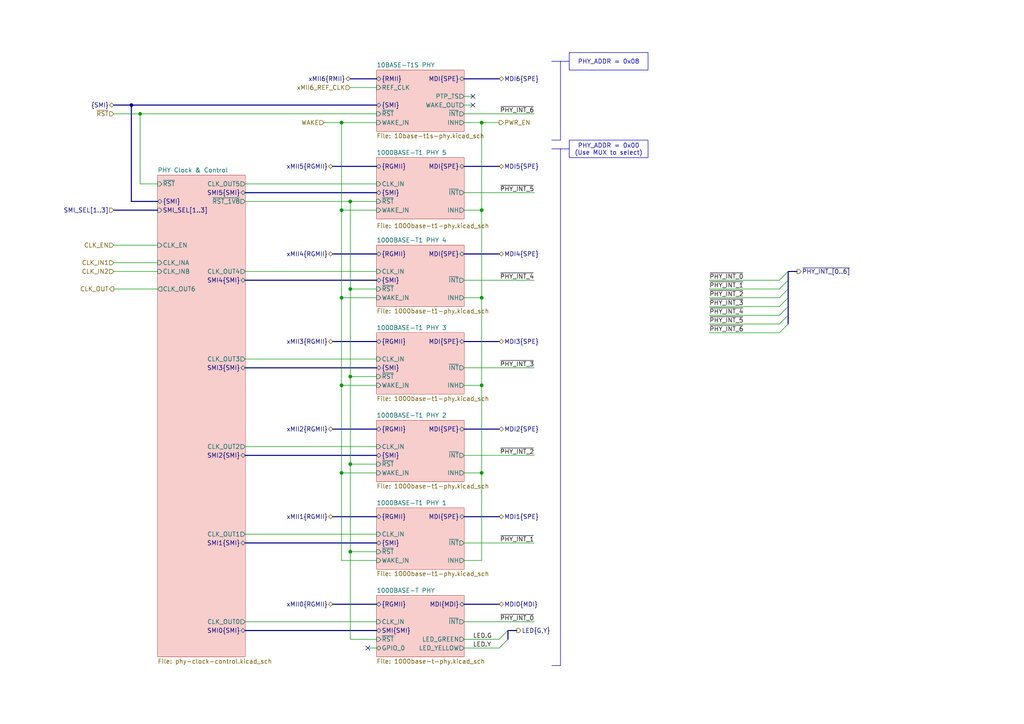
<source format=kicad_sch>
(kicad_sch
	(version 20250114)
	(generator "eeschema")
	(generator_version "9.0")
	(uuid "4dfaebb1-a058-4486-a7a1-3dab64099eaa")
	(paper "A4")
	(title_block
		(title "PHYs")
		(comment 4 "Ethernet PHYs and supporting circuitry.")
	)
	(lib_symbols)
	(text_box "PHY_ADDR = 0x00\n(Use MUX to select)"
		(exclude_from_sim no)
		(at 165.1 40.64 0)
		(size 22.86 5.08)
		(margins 0.9525 0.9525 0.9525 0.9525)
		(stroke
			(width 0)
			(type solid)
		)
		(fill
			(type none)
		)
		(effects
			(font
				(size 1.27 1.27)
			)
		)
		(uuid "5efc81e0-252c-48cb-a65e-2b085476ece1")
	)
	(text_box "PHY_ADDR = 0x08"
		(exclude_from_sim no)
		(at 165.1 15.24 0)
		(size 22.86 5.08)
		(margins 0.9525 0.9525 0.9525 0.9525)
		(stroke
			(width 0)
			(type solid)
		)
		(fill
			(type none)
		)
		(effects
			(font
				(size 1.27 1.27)
			)
		)
		(uuid "b7802f0d-30c6-4c6f-8499-fd0547c58ab5")
	)
	(junction
		(at 101.6 134.62)
		(diameter 0)
		(color 0 0 0 0)
		(uuid "1af732ca-95ca-46b0-bfac-8b1451f9b904")
	)
	(junction
		(at 99.06 86.36)
		(diameter 0)
		(color 0 0 0 0)
		(uuid "36a25857-4836-4fda-a5b9-e144c9f51cc4")
	)
	(junction
		(at 99.06 111.76)
		(diameter 0)
		(color 0 0 0 0)
		(uuid "5039919f-e81a-4aac-a8d6-6ca0ac3d7c74")
	)
	(junction
		(at 38.1 30.48)
		(diameter 0)
		(color 0 0 0 0)
		(uuid "555534d2-5d0c-4f2a-88d4-d953787dd69e")
	)
	(junction
		(at 139.7 35.56)
		(diameter 0)
		(color 0 0 0 0)
		(uuid "6ddd5d45-88e0-489e-8a95-90aa74785335")
	)
	(junction
		(at 40.64 33.02)
		(diameter 0)
		(color 0 0 0 0)
		(uuid "74619509-be7d-4b01-aab8-fec0fd103b0d")
	)
	(junction
		(at 139.7 137.16)
		(diameter 0)
		(color 0 0 0 0)
		(uuid "77710432-f53f-4bc4-affa-fdc2da77946e")
	)
	(junction
		(at 101.6 83.82)
		(diameter 0)
		(color 0 0 0 0)
		(uuid "7dd34e1f-33b8-4100-b163-8c469eb926d1")
	)
	(junction
		(at 101.6 58.42)
		(diameter 0)
		(color 0 0 0 0)
		(uuid "8378d159-281b-4fc1-9ec5-09daa8406139")
	)
	(junction
		(at 139.7 86.36)
		(diameter 0)
		(color 0 0 0 0)
		(uuid "9cd340ab-707d-4ae8-8071-e088aa042c96")
	)
	(junction
		(at 139.7 111.76)
		(diameter 0)
		(color 0 0 0 0)
		(uuid "afe830b0-eeb5-4b33-abb8-5a500693a0ad")
	)
	(junction
		(at 99.06 137.16)
		(diameter 0)
		(color 0 0 0 0)
		(uuid "bf0aaf58-5aaf-4fc8-bd8c-56760a16c766")
	)
	(junction
		(at 139.7 60.96)
		(diameter 0)
		(color 0 0 0 0)
		(uuid "c163e3b9-a0b8-4a03-b817-6bfe76ac59d8")
	)
	(junction
		(at 99.06 35.56)
		(diameter 0)
		(color 0 0 0 0)
		(uuid "c3dba346-946a-457c-8d16-54e1e6f9e349")
	)
	(junction
		(at 101.6 109.22)
		(diameter 0)
		(color 0 0 0 0)
		(uuid "caa3cd28-74b0-4ea7-9e44-96bde863568b")
	)
	(junction
		(at 101.6 160.02)
		(diameter 0)
		(color 0 0 0 0)
		(uuid "d2ab8d43-679c-4bbb-a978-26049cf583b9")
	)
	(junction
		(at 99.06 60.96)
		(diameter 0)
		(color 0 0 0 0)
		(uuid "eaeb23c5-493b-4079-8518-8375763f4135")
	)
	(no_connect
		(at 137.16 27.94)
		(uuid "229437ec-5dfe-4808-a38b-1c2eb192327f")
	)
	(no_connect
		(at 137.16 30.48)
		(uuid "98b01984-8051-4ac3-86f0-7b2e211baf61")
	)
	(no_connect
		(at 106.68 187.96)
		(uuid "f365b339-3116-4916-8302-faee6ef884e4")
	)
	(bus_entry
		(at 147.32 185.42)
		(size -2.54 2.54)
		(stroke
			(width 0)
			(type default)
		)
		(uuid "2ebfb47c-ed3a-4810-b03d-1bc797894438")
	)
	(bus_entry
		(at 228.6 93.98)
		(size -2.54 2.54)
		(stroke
			(width 0)
			(type default)
		)
		(uuid "359b1718-bad7-492b-98b6-f197c5e6905d")
	)
	(bus_entry
		(at 228.6 78.74)
		(size -2.54 2.54)
		(stroke
			(width 0)
			(type default)
		)
		(uuid "582c32a8-f0eb-4edb-a302-80c355c45498")
	)
	(bus_entry
		(at 228.6 88.9)
		(size -2.54 2.54)
		(stroke
			(width 0)
			(type default)
		)
		(uuid "63071307-4ca1-496a-9f20-42ceb870ca7d")
	)
	(bus_entry
		(at 147.32 182.88)
		(size -2.54 2.54)
		(stroke
			(width 0)
			(type default)
		)
		(uuid "8192bac5-4c59-47ec-9fa2-bbeae09b9325")
	)
	(bus_entry
		(at 228.6 81.28)
		(size -2.54 2.54)
		(stroke
			(width 0)
			(type default)
		)
		(uuid "82d798d3-f50a-4d86-b8e3-40667c31c03a")
	)
	(bus_entry
		(at 228.6 83.82)
		(size -2.54 2.54)
		(stroke
			(width 0)
			(type default)
		)
		(uuid "9e2f8639-30c4-4519-8c15-119a53b4a9df")
	)
	(bus_entry
		(at 228.6 91.44)
		(size -2.54 2.54)
		(stroke
			(width 0)
			(type default)
		)
		(uuid "cbd333a1-187c-4042-9f47-a139415550ef")
	)
	(bus_entry
		(at 228.6 86.36)
		(size -2.54 2.54)
		(stroke
			(width 0)
			(type default)
		)
		(uuid "f4e86b5c-3e26-4dfd-b4c7-0508142d6eae")
	)
	(wire
		(pts
			(xy 99.06 86.36) (xy 99.06 111.76)
		)
		(stroke
			(width 0)
			(type default)
		)
		(uuid "0189540b-eb21-48f7-9480-bba0714e622c")
	)
	(wire
		(pts
			(xy 134.62 86.36) (xy 139.7 86.36)
		)
		(stroke
			(width 0)
			(type default)
		)
		(uuid "045c8eef-3d35-4c26-82c2-88510e9de022")
	)
	(bus
		(pts
			(xy 71.12 132.08) (xy 109.22 132.08)
		)
		(stroke
			(width 0)
			(type default)
		)
		(uuid "047f1c13-f979-450f-a3b2-7dac23563053")
	)
	(wire
		(pts
			(xy 226.06 86.36) (xy 205.74 86.36)
		)
		(stroke
			(width 0)
			(type default)
		)
		(uuid "0560269d-0120-4c3b-9477-770fffe40f71")
	)
	(wire
		(pts
			(xy 101.6 83.82) (xy 109.22 83.82)
		)
		(stroke
			(width 0)
			(type default)
		)
		(uuid "062c1fec-8263-462d-9236-52004255c3d1")
	)
	(wire
		(pts
			(xy 226.06 83.82) (xy 205.74 83.82)
		)
		(stroke
			(width 0)
			(type default)
		)
		(uuid "08fbeabc-e0f2-47d6-a8a8-1eed52a68036")
	)
	(wire
		(pts
			(xy 33.02 83.82) (xy 45.72 83.82)
		)
		(stroke
			(width 0)
			(type default)
		)
		(uuid "0a205759-a91e-42eb-b901-901e1393f4e8")
	)
	(bus
		(pts
			(xy 134.62 22.86) (xy 144.78 22.86)
		)
		(stroke
			(width 0)
			(type default)
		)
		(uuid "0a844719-a488-4270-9e13-23d0fe41db13")
	)
	(bus
		(pts
			(xy 228.6 81.28) (xy 228.6 83.82)
		)
		(stroke
			(width 0)
			(type default)
		)
		(uuid "0ae609e7-0c12-43b2-8dc6-282b317a7396")
	)
	(wire
		(pts
			(xy 109.22 185.42) (xy 101.6 185.42)
		)
		(stroke
			(width 0)
			(type default)
		)
		(uuid "0b0a53b5-b371-4c24-b4c0-db3520aa0cb4")
	)
	(wire
		(pts
			(xy 106.68 187.96) (xy 109.22 187.96)
		)
		(stroke
			(width 0)
			(type default)
		)
		(uuid "0fdca6db-67a7-4238-9d37-7b092380afd6")
	)
	(wire
		(pts
			(xy 40.64 33.02) (xy 40.64 53.34)
		)
		(stroke
			(width 0)
			(type default)
		)
		(uuid "10b13ce1-1268-4aed-b5ac-f187695328f5")
	)
	(wire
		(pts
			(xy 99.06 86.36) (xy 109.22 86.36)
		)
		(stroke
			(width 0)
			(type default)
		)
		(uuid "10cff36a-aafc-4234-bc56-1dc2362963f7")
	)
	(bus
		(pts
			(xy 134.62 124.46) (xy 144.78 124.46)
		)
		(stroke
			(width 0)
			(type default)
		)
		(uuid "1201b44a-9b1f-4a4a-b6e5-8160001f0366")
	)
	(wire
		(pts
			(xy 134.62 132.08) (xy 154.94 132.08)
		)
		(stroke
			(width 0)
			(type default)
		)
		(uuid "1309a551-512c-4951-8907-d9c1e74b2d4d")
	)
	(bus
		(pts
			(xy 228.6 86.36) (xy 228.6 88.9)
		)
		(stroke
			(width 0)
			(type default)
		)
		(uuid "1a9490c9-674b-4871-8970-a626a88e8a59")
	)
	(wire
		(pts
			(xy 134.62 157.48) (xy 154.94 157.48)
		)
		(stroke
			(width 0)
			(type default)
		)
		(uuid "1ea6e2b8-417e-4ef0-bd23-fd41639c99ff")
	)
	(wire
		(pts
			(xy 99.06 137.16) (xy 99.06 162.56)
		)
		(stroke
			(width 0)
			(type default)
		)
		(uuid "23a89b00-bb41-48e9-b784-c53171c4edce")
	)
	(wire
		(pts
			(xy 134.62 185.42) (xy 144.78 185.42)
		)
		(stroke
			(width 0)
			(type default)
		)
		(uuid "2861661e-989c-4c61-acf0-720508c017fd")
	)
	(wire
		(pts
			(xy 33.02 33.02) (xy 40.64 33.02)
		)
		(stroke
			(width 0)
			(type default)
		)
		(uuid "323abd2c-7c0e-41b5-a9db-1f136ae98ac1")
	)
	(wire
		(pts
			(xy 33.02 76.2) (xy 45.72 76.2)
		)
		(stroke
			(width 0)
			(type default)
		)
		(uuid "33b1c8f0-9f36-464d-9fee-7bead9221f12")
	)
	(wire
		(pts
			(xy 139.7 137.16) (xy 139.7 162.56)
		)
		(stroke
			(width 0)
			(type default)
		)
		(uuid "3701c66b-a63e-4545-884f-a9dcea1e79ca")
	)
	(wire
		(pts
			(xy 226.06 96.52) (xy 205.74 96.52)
		)
		(stroke
			(width 0)
			(type default)
		)
		(uuid "374db39b-acde-4b6b-a19b-d17e80f6b35b")
	)
	(wire
		(pts
			(xy 226.06 93.98) (xy 205.74 93.98)
		)
		(stroke
			(width 0)
			(type default)
		)
		(uuid "39ab5641-a49c-496c-9403-6a6430a8e734")
	)
	(wire
		(pts
			(xy 109.22 162.56) (xy 99.06 162.56)
		)
		(stroke
			(width 0)
			(type default)
		)
		(uuid "3a0ff2dd-38a5-4cce-83ab-a8d64600b41e")
	)
	(bus
		(pts
			(xy 228.6 88.9) (xy 228.6 91.44)
		)
		(stroke
			(width 0)
			(type default)
		)
		(uuid "3a23d0f5-d406-466b-8417-362d8701205e")
	)
	(wire
		(pts
			(xy 134.62 137.16) (xy 139.7 137.16)
		)
		(stroke
			(width 0)
			(type default)
		)
		(uuid "3d7ec2ac-ed1e-4d5c-9db2-77e130bfceb6")
	)
	(wire
		(pts
			(xy 101.6 58.42) (xy 101.6 83.82)
		)
		(stroke
			(width 0)
			(type default)
		)
		(uuid "3faef24c-264d-46a7-8183-1eb7eae143fa")
	)
	(bus
		(pts
			(xy 96.52 149.86) (xy 109.22 149.86)
		)
		(stroke
			(width 0)
			(type default)
		)
		(uuid "3fdb7334-2672-48b2-ad2e-29a081e6ce1e")
	)
	(polyline
		(pts
			(xy 160.02 40.64) (xy 162.56 40.64)
		)
		(stroke
			(width 0)
			(type default)
		)
		(uuid "413483d4-b74a-402e-a200-c96ff3bdab6a")
	)
	(wire
		(pts
			(xy 71.12 154.94) (xy 109.22 154.94)
		)
		(stroke
			(width 0)
			(type default)
		)
		(uuid "428ced46-8087-449f-b5bc-ff39eadc40d2")
	)
	(wire
		(pts
			(xy 226.06 88.9) (xy 205.74 88.9)
		)
		(stroke
			(width 0)
			(type default)
		)
		(uuid "42d3c273-1ba3-4a7a-ae81-cbd85d6a16f5")
	)
	(wire
		(pts
			(xy 99.06 111.76) (xy 109.22 111.76)
		)
		(stroke
			(width 0)
			(type default)
		)
		(uuid "435d5e8b-b9fc-423a-ab6f-0a67aca6e13b")
	)
	(wire
		(pts
			(xy 101.6 25.4) (xy 109.22 25.4)
		)
		(stroke
			(width 0)
			(type default)
		)
		(uuid "438300b4-ec1a-4d1e-9dd7-2694f646c108")
	)
	(wire
		(pts
			(xy 40.64 53.34) (xy 45.72 53.34)
		)
		(stroke
			(width 0)
			(type default)
		)
		(uuid "448a3130-db06-49f8-b716-535adfebd64d")
	)
	(wire
		(pts
			(xy 226.06 81.28) (xy 205.74 81.28)
		)
		(stroke
			(width 0)
			(type default)
		)
		(uuid "448d0193-4459-4aa0-b88d-e9e0afa22e29")
	)
	(wire
		(pts
			(xy 139.7 111.76) (xy 139.7 137.16)
		)
		(stroke
			(width 0)
			(type default)
		)
		(uuid "47994bb0-4354-4df2-9a21-3790b9ac6bc7")
	)
	(wire
		(pts
			(xy 134.62 30.48) (xy 137.16 30.48)
		)
		(stroke
			(width 0)
			(type default)
		)
		(uuid "4c320070-4f6e-465d-92e7-933954af4f23")
	)
	(wire
		(pts
			(xy 99.06 60.96) (xy 109.22 60.96)
		)
		(stroke
			(width 0)
			(type default)
		)
		(uuid "4ffb833b-867a-425d-a287-6f43f13c1387")
	)
	(bus
		(pts
			(xy 228.6 78.74) (xy 228.6 81.28)
		)
		(stroke
			(width 0)
			(type default)
		)
		(uuid "5040f31e-119f-44c8-ad4d-adf82ad4808e")
	)
	(wire
		(pts
			(xy 99.06 60.96) (xy 99.06 86.36)
		)
		(stroke
			(width 0)
			(type default)
		)
		(uuid "568a3489-f4af-4341-9804-7bdf0f4ca37e")
	)
	(bus
		(pts
			(xy 96.52 48.26) (xy 109.22 48.26)
		)
		(stroke
			(width 0)
			(type default)
		)
		(uuid "56fe7843-e861-43f3-bfbc-46afe2f781af")
	)
	(wire
		(pts
			(xy 71.12 180.34) (xy 109.22 180.34)
		)
		(stroke
			(width 0)
			(type default)
		)
		(uuid "5f38e4d5-3d40-4645-bc90-573726598449")
	)
	(bus
		(pts
			(xy 71.12 182.88) (xy 109.22 182.88)
		)
		(stroke
			(width 0)
			(type default)
		)
		(uuid "6292011e-d368-42df-a044-8c7b62472f71")
	)
	(wire
		(pts
			(xy 134.62 106.68) (xy 154.94 106.68)
		)
		(stroke
			(width 0)
			(type default)
		)
		(uuid "63e9dc54-be8d-4bbc-88b1-6116a378c965")
	)
	(bus
		(pts
			(xy 45.72 58.42) (xy 38.1 58.42)
		)
		(stroke
			(width 0)
			(type default)
		)
		(uuid "694e3dfa-2a13-48e9-a977-064d4ceda82e")
	)
	(wire
		(pts
			(xy 71.12 58.42) (xy 101.6 58.42)
		)
		(stroke
			(width 0)
			(type default)
		)
		(uuid "69b72e69-9fcf-4737-a4f9-18bf8b3bbaa3")
	)
	(bus
		(pts
			(xy 71.12 81.28) (xy 109.22 81.28)
		)
		(stroke
			(width 0)
			(type default)
		)
		(uuid "6b77d050-9021-4a50-915f-8ba18175ad96")
	)
	(bus
		(pts
			(xy 134.62 73.66) (xy 144.78 73.66)
		)
		(stroke
			(width 0)
			(type default)
		)
		(uuid "6d36cf56-1b2f-43bb-8e2f-04e5e48986f2")
	)
	(bus
		(pts
			(xy 228.6 83.82) (xy 228.6 86.36)
		)
		(stroke
			(width 0)
			(type default)
		)
		(uuid "702fc871-3d10-404f-9216-7664b535c9f6")
	)
	(polyline
		(pts
			(xy 160.02 193.04) (xy 162.56 193.04)
		)
		(stroke
			(width 0)
			(type default)
		)
		(uuid "7780972e-9c04-4481-a566-27a6ccc327f3")
	)
	(wire
		(pts
			(xy 101.6 109.22) (xy 101.6 134.62)
		)
		(stroke
			(width 0)
			(type default)
		)
		(uuid "77cfb597-b626-4dc9-9e61-51f74af97b1d")
	)
	(wire
		(pts
			(xy 101.6 185.42) (xy 101.6 160.02)
		)
		(stroke
			(width 0)
			(type default)
		)
		(uuid "7d00042c-8d68-4152-9086-b4ff24c78745")
	)
	(bus
		(pts
			(xy 38.1 30.48) (xy 38.1 58.42)
		)
		(stroke
			(width 0)
			(type default)
		)
		(uuid "7e7e878d-b69e-4f27-a320-005559e462ef")
	)
	(polyline
		(pts
			(xy 162.56 43.18) (xy 162.56 193.04)
		)
		(stroke
			(width 0)
			(type default)
		)
		(uuid "7f3c9398-8014-460b-a37c-f50c4cbc5d31")
	)
	(bus
		(pts
			(xy 147.32 182.88) (xy 147.32 185.42)
		)
		(stroke
			(width 0)
			(type default)
		)
		(uuid "834a39d2-46de-4b79-a3ec-02c44a73a20e")
	)
	(wire
		(pts
			(xy 134.62 27.94) (xy 137.16 27.94)
		)
		(stroke
			(width 0)
			(type default)
		)
		(uuid "83c00159-44f6-4cf7-8e94-fee4cdb7f6d3")
	)
	(bus
		(pts
			(xy 71.12 106.68) (xy 109.22 106.68)
		)
		(stroke
			(width 0)
			(type default)
		)
		(uuid "8b05e431-f17f-4fd8-ade7-d45d68046176")
	)
	(wire
		(pts
			(xy 139.7 35.56) (xy 139.7 60.96)
		)
		(stroke
			(width 0)
			(type default)
		)
		(uuid "8b0956d6-c136-4b49-9283-0936367626cf")
	)
	(wire
		(pts
			(xy 33.02 78.74) (xy 45.72 78.74)
		)
		(stroke
			(width 0)
			(type default)
		)
		(uuid "92e244e5-89d4-41b3-bc16-d2cc826e350a")
	)
	(bus
		(pts
			(xy 96.52 73.66) (xy 109.22 73.66)
		)
		(stroke
			(width 0)
			(type default)
		)
		(uuid "96c53eac-bef3-4919-a31f-0d3031a72379")
	)
	(wire
		(pts
			(xy 101.6 134.62) (xy 101.6 160.02)
		)
		(stroke
			(width 0)
			(type default)
		)
		(uuid "976e8c3d-7787-4f7a-82fc-36e78d001081")
	)
	(wire
		(pts
			(xy 134.62 81.28) (xy 154.94 81.28)
		)
		(stroke
			(width 0)
			(type default)
		)
		(uuid "997a37e6-0258-40bd-9a49-84ee4bcc29ac")
	)
	(wire
		(pts
			(xy 134.62 55.88) (xy 154.94 55.88)
		)
		(stroke
			(width 0)
			(type default)
		)
		(uuid "9b23e3e0-9645-4f98-869c-9d56f2b4dc51")
	)
	(polyline
		(pts
			(xy 162.56 40.64) (xy 162.56 17.78)
		)
		(stroke
			(width 0)
			(type default)
		)
		(uuid "9bbe58ec-837c-417c-a992-5d0316e76918")
	)
	(wire
		(pts
			(xy 139.7 60.96) (xy 139.7 86.36)
		)
		(stroke
			(width 0)
			(type default)
		)
		(uuid "9bfcec46-7ca9-4396-a277-32837e1791b7")
	)
	(bus
		(pts
			(xy 96.52 124.46) (xy 109.22 124.46)
		)
		(stroke
			(width 0)
			(type default)
		)
		(uuid "9c76d7bf-3467-4d48-bdc0-af95795d2d7e")
	)
	(bus
		(pts
			(xy 101.6 22.86) (xy 109.22 22.86)
		)
		(stroke
			(width 0)
			(type default)
		)
		(uuid "9d8cf443-8acf-463d-98c1-a4d2c6fee422")
	)
	(wire
		(pts
			(xy 99.06 35.56) (xy 99.06 60.96)
		)
		(stroke
			(width 0)
			(type default)
		)
		(uuid "a3448495-d2ea-46a9-a93a-ea38a5da86d0")
	)
	(wire
		(pts
			(xy 71.12 78.74) (xy 109.22 78.74)
		)
		(stroke
			(width 0)
			(type default)
		)
		(uuid "a5504476-2b92-4228-878c-37165a98c97a")
	)
	(bus
		(pts
			(xy 231.14 78.74) (xy 228.6 78.74)
		)
		(stroke
			(width 0)
			(type default)
		)
		(uuid "a8d24a27-c2d7-4207-9a3c-6760d7f8de08")
	)
	(bus
		(pts
			(xy 134.62 149.86) (xy 144.78 149.86)
		)
		(stroke
			(width 0)
			(type default)
		)
		(uuid "ac4362ab-bfb5-466d-b751-80c195626146")
	)
	(polyline
		(pts
			(xy 162.56 43.18) (xy 165.1 43.18)
		)
		(stroke
			(width 0)
			(type default)
		)
		(uuid "ae21a7cc-8336-43c6-9651-e37c865e9a25")
	)
	(bus
		(pts
			(xy 149.86 182.88) (xy 147.32 182.88)
		)
		(stroke
			(width 0)
			(type default)
		)
		(uuid "b00500b5-af8a-4095-912a-4db9a40e0913")
	)
	(wire
		(pts
			(xy 109.22 35.56) (xy 99.06 35.56)
		)
		(stroke
			(width 0)
			(type default)
		)
		(uuid "b24d9769-9eef-4be3-9c93-c140d80907c6")
	)
	(wire
		(pts
			(xy 139.7 35.56) (xy 144.78 35.56)
		)
		(stroke
			(width 0)
			(type default)
		)
		(uuid "b38ed4f5-2677-475f-a84d-aff653c58821")
	)
	(bus
		(pts
			(xy 33.02 60.96) (xy 45.72 60.96)
		)
		(stroke
			(width 0)
			(type default)
		)
		(uuid "b3d65d89-4d97-473f-a959-f2fe0715fee7")
	)
	(wire
		(pts
			(xy 134.62 180.34) (xy 154.94 180.34)
		)
		(stroke
			(width 0)
			(type default)
		)
		(uuid "b466e312-d97e-4cf7-bb71-716f3308bf89")
	)
	(wire
		(pts
			(xy 109.22 58.42) (xy 101.6 58.42)
		)
		(stroke
			(width 0)
			(type default)
		)
		(uuid "b5602a77-ce97-4ae5-b525-4847a9bb7feb")
	)
	(bus
		(pts
			(xy 71.12 55.88) (xy 109.22 55.88)
		)
		(stroke
			(width 0)
			(type default)
		)
		(uuid "b671d2b8-8306-4644-8d4b-434ce45b6f60")
	)
	(wire
		(pts
			(xy 71.12 129.54) (xy 109.22 129.54)
		)
		(stroke
			(width 0)
			(type default)
		)
		(uuid "b6c4cbc0-7848-400c-b67a-a24b2c47f135")
	)
	(bus
		(pts
			(xy 96.52 175.26) (xy 109.22 175.26)
		)
		(stroke
			(width 0)
			(type default)
		)
		(uuid "b93a2946-2c8b-4342-8e15-515eaaa93e48")
	)
	(wire
		(pts
			(xy 93.98 35.56) (xy 99.06 35.56)
		)
		(stroke
			(width 0)
			(type default)
		)
		(uuid "b9818709-25ed-4dcd-ba0c-35bdc8952262")
	)
	(bus
		(pts
			(xy 134.62 175.26) (xy 144.78 175.26)
		)
		(stroke
			(width 0)
			(type default)
		)
		(uuid "c08d9392-569b-466c-8122-c1517887d5ef")
	)
	(wire
		(pts
			(xy 101.6 134.62) (xy 109.22 134.62)
		)
		(stroke
			(width 0)
			(type default)
		)
		(uuid "c0f5d593-2506-46a6-b60a-2dd5ed4d3169")
	)
	(wire
		(pts
			(xy 226.06 91.44) (xy 205.74 91.44)
		)
		(stroke
			(width 0)
			(type default)
		)
		(uuid "c3ddf864-02ca-49fb-936c-fd07c475a28f")
	)
	(polyline
		(pts
			(xy 160.02 17.78) (xy 162.56 17.78)
		)
		(stroke
			(width 0)
			(type default)
		)
		(uuid "c42d3a1f-ac0c-48aa-8c22-bb0083608dbb")
	)
	(wire
		(pts
			(xy 134.62 162.56) (xy 139.7 162.56)
		)
		(stroke
			(width 0)
			(type default)
		)
		(uuid "c5c67ae9-fede-4462-aa3e-3de91d85dd52")
	)
	(wire
		(pts
			(xy 99.06 137.16) (xy 109.22 137.16)
		)
		(stroke
			(width 0)
			(type default)
		)
		(uuid "ca988ecf-27dc-4a5a-9a5c-dfe4a7096f5a")
	)
	(wire
		(pts
			(xy 139.7 86.36) (xy 139.7 111.76)
		)
		(stroke
			(width 0)
			(type default)
		)
		(uuid "cc5d3bb4-a73c-4417-9a12-9ad80fa89778")
	)
	(wire
		(pts
			(xy 101.6 109.22) (xy 109.22 109.22)
		)
		(stroke
			(width 0)
			(type default)
		)
		(uuid "ce633b4e-240e-49bf-a01a-247cc4b25cad")
	)
	(bus
		(pts
			(xy 228.6 91.44) (xy 228.6 93.98)
		)
		(stroke
			(width 0)
			(type default)
		)
		(uuid "cfc9e57f-cd2d-404e-85ad-27d43300258d")
	)
	(bus
		(pts
			(xy 134.62 48.26) (xy 144.78 48.26)
		)
		(stroke
			(width 0)
			(type default)
		)
		(uuid "d04426f9-fb92-446b-8457-98d3cc3a2513")
	)
	(wire
		(pts
			(xy 40.64 33.02) (xy 109.22 33.02)
		)
		(stroke
			(width 0)
			(type default)
		)
		(uuid "d78f1876-067c-4e04-86e7-8927d27085fe")
	)
	(wire
		(pts
			(xy 134.62 60.96) (xy 139.7 60.96)
		)
		(stroke
			(width 0)
			(type default)
		)
		(uuid "d991b095-6dc1-4df0-ba66-da12b3c54685")
	)
	(wire
		(pts
			(xy 134.62 33.02) (xy 154.94 33.02)
		)
		(stroke
			(width 0)
			(type default)
		)
		(uuid "db61cfd2-7407-4d2d-bb54-09d9f641a352")
	)
	(bus
		(pts
			(xy 71.12 157.48) (xy 109.22 157.48)
		)
		(stroke
			(width 0)
			(type default)
		)
		(uuid "dce67c12-f670-443c-87c2-537c8279f4c9")
	)
	(wire
		(pts
			(xy 71.12 104.14) (xy 109.22 104.14)
		)
		(stroke
			(width 0)
			(type default)
		)
		(uuid "dd64b857-539d-4dc9-8adb-003e4fa58485")
	)
	(wire
		(pts
			(xy 134.62 187.96) (xy 144.78 187.96)
		)
		(stroke
			(width 0)
			(type default)
		)
		(uuid "e0559ebe-88fa-403b-ad07-1ec8f5897af0")
	)
	(wire
		(pts
			(xy 33.02 71.12) (xy 45.72 71.12)
		)
		(stroke
			(width 0)
			(type default)
		)
		(uuid "e5ef07bc-282c-47cb-8562-ae94df63b870")
	)
	(polyline
		(pts
			(xy 162.56 17.78) (xy 165.1 17.78)
		)
		(stroke
			(width 0)
			(type default)
		)
		(uuid "e6b562be-a02a-44d8-9171-acd7badad3ab")
	)
	(wire
		(pts
			(xy 109.22 160.02) (xy 101.6 160.02)
		)
		(stroke
			(width 0)
			(type default)
		)
		(uuid "ea783aa2-fc3b-4ed6-865e-388a0052e89d")
	)
	(bus
		(pts
			(xy 134.62 99.06) (xy 144.78 99.06)
		)
		(stroke
			(width 0)
			(type default)
		)
		(uuid "ea939c60-6beb-4df4-9a49-71e68c79c9ca")
	)
	(wire
		(pts
			(xy 99.06 111.76) (xy 99.06 137.16)
		)
		(stroke
			(width 0)
			(type default)
		)
		(uuid "eb2aa953-465f-487e-a4a5-6d6ff8b9152f")
	)
	(wire
		(pts
			(xy 134.62 35.56) (xy 139.7 35.56)
		)
		(stroke
			(width 0)
			(type default)
		)
		(uuid "ecbc0127-7212-4c74-ae48-ed3befbbae5a")
	)
	(wire
		(pts
			(xy 134.62 111.76) (xy 139.7 111.76)
		)
		(stroke
			(width 0)
			(type default)
		)
		(uuid "f34a307c-ae18-4396-b46a-1731c9999799")
	)
	(polyline
		(pts
			(xy 160.02 43.18) (xy 162.56 43.18)
		)
		(stroke
			(width 0)
			(type default)
		)
		(uuid "f79ad9b6-abf6-49e6-bef1-9c6cbc7979a1")
	)
	(bus
		(pts
			(xy 96.52 99.06) (xy 109.22 99.06)
		)
		(stroke
			(width 0)
			(type default)
		)
		(uuid "f82361d0-35ca-4c39-92d0-b312d9c697ce")
	)
	(wire
		(pts
			(xy 71.12 53.34) (xy 109.22 53.34)
		)
		(stroke
			(width 0)
			(type default)
		)
		(uuid "f8b236d8-130c-4a2a-b538-22c681c78fb9")
	)
	(bus
		(pts
			(xy 38.1 30.48) (xy 109.22 30.48)
		)
		(stroke
			(width 0)
			(type default)
		)
		(uuid "f99e89c7-78a8-422c-9930-a868cd5c1cdf")
	)
	(wire
		(pts
			(xy 101.6 83.82) (xy 101.6 109.22)
		)
		(stroke
			(width 0)
			(type default)
		)
		(uuid "fd0942d8-8b4f-4205-bdc7-d2a7ce6002a2")
	)
	(bus
		(pts
			(xy 33.02 30.48) (xy 38.1 30.48)
		)
		(stroke
			(width 0)
			(type default)
		)
		(uuid "fdd0acad-84f7-46bb-8c53-91482e7078b5")
	)
	(label "~{PHY_INT_4}"
		(at 154.94 81.28 180)
		(effects
			(font
				(size 1.27 1.27)
			)
			(justify right bottom)
		)
		(uuid "28edc8dd-0872-4c16-9d35-d19c2fb288f6")
	)
	(label "~{PHY_INT_6}"
		(at 205.74 96.52 0)
		(effects
			(font
				(size 1.27 1.27)
			)
			(justify left bottom)
		)
		(uuid "2d185945-d891-48de-bedc-65558c70e037")
	)
	(label "~{PHY_INT_2}"
		(at 205.74 86.36 0)
		(effects
			(font
				(size 1.27 1.27)
			)
			(justify left bottom)
		)
		(uuid "321fabab-1c20-4df4-b9c4-def921ad0752")
	)
	(label "~{PHY_INT_6}"
		(at 154.94 33.02 180)
		(effects
			(font
				(size 1.27 1.27)
			)
			(justify right bottom)
		)
		(uuid "329c0e3c-95d3-4b1c-8b5f-63f924d11554")
	)
	(label "~{PHY_INT_1}"
		(at 154.94 157.48 180)
		(effects
			(font
				(size 1.27 1.27)
			)
			(justify right bottom)
		)
		(uuid "4b4fd8ec-895a-4aa9-8a1d-c47fd96a72c3")
	)
	(label "~{PHY_INT_0}"
		(at 205.74 81.28 0)
		(effects
			(font
				(size 1.27 1.27)
			)
			(justify left bottom)
		)
		(uuid "4d6fc008-e1de-4905-a772-ff1f2ffbcfa7")
	)
	(label "~{PHY_INT_3}"
		(at 154.94 106.68 180)
		(effects
			(font
				(size 1.27 1.27)
			)
			(justify right bottom)
		)
		(uuid "551c7a1b-8814-4f79-9c34-9706e530f025")
	)
	(label "LED.Y"
		(at 137.16 187.96 0)
		(effects
			(font
				(size 1.27 1.27)
			)
			(justify left bottom)
		)
		(uuid "7d240be3-6945-4120-be1f-c69a170ac7ad")
	)
	(label "LED.G"
		(at 137.16 185.42 0)
		(effects
			(font
				(size 1.27 1.27)
			)
			(justify left bottom)
		)
		(uuid "9a8ae409-0bcf-4bb9-8ceb-e632922aaae4")
	)
	(label "~{PHY_INT_1}"
		(at 205.74 83.82 0)
		(effects
			(font
				(size 1.27 1.27)
			)
			(justify left bottom)
		)
		(uuid "9abb61f9-9a25-4377-970d-a207c04aa37c")
	)
	(label "~{PHY_INT_3}"
		(at 205.74 88.9 0)
		(effects
			(font
				(size 1.27 1.27)
			)
			(justify left bottom)
		)
		(uuid "b3676a00-7ce0-4bd5-813e-6d8d74fcd06b")
	)
	(label "~{PHY_INT_2}"
		(at 154.94 132.08 180)
		(effects
			(font
				(size 1.27 1.27)
			)
			(justify right bottom)
		)
		(uuid "b49d98c3-c513-4feb-9035-2212ffb287e8")
	)
	(label "~{PHY_INT_5}"
		(at 154.94 55.88 180)
		(effects
			(font
				(size 1.27 1.27)
			)
			(justify right bottom)
		)
		(uuid "be955421-f803-42b6-991e-f3f5fc07468e")
	)
	(label "~{PHY_INT_5}"
		(at 205.74 93.98 0)
		(effects
			(font
				(size 1.27 1.27)
			)
			(justify left bottom)
		)
		(uuid "cac73ea3-41b1-43a9-bd4b-9d1b5cf869fd")
	)
	(label "~{PHY_INT_0}"
		(at 154.94 180.34 180)
		(effects
			(font
				(size 1.27 1.27)
			)
			(justify right bottom)
		)
		(uuid "da3750c5-cf88-4c08-af61-f85f91a888d1")
	)
	(label "~{PHY_INT_4}"
		(at 205.74 91.44 0)
		(effects
			(font
				(size 1.27 1.27)
			)
			(justify left bottom)
		)
		(uuid "f1ff8e04-7450-45ee-9400-08609ba7beb0")
	)
	(hierarchical_label "PWR_EN"
		(shape output)
		(at 144.78 35.56 0)
		(effects
			(font
				(size 1.27 1.27)
			)
			(justify left)
		)
		(uuid "0087e890-2973-425c-86d2-c00405ca67a6")
	)
	(hierarchical_label "xMII4{RGMII}"
		(shape bidirectional)
		(at 96.52 73.66 180)
		(effects
			(font
				(size 1.27 1.27)
			)
			(justify right)
		)
		(uuid "0af5d4a0-6280-4372-9bb2-b3ccfcb26335")
	)
	(hierarchical_label "xMII5{RGMII}"
		(shape bidirectional)
		(at 96.52 48.26 180)
		(effects
			(font
				(size 1.27 1.27)
			)
			(justify right)
		)
		(uuid "145d87c1-2a77-4bb5-94b1-01b4977ec31e")
	)
	(hierarchical_label "CLK_IN1"
		(shape input)
		(at 33.02 76.2 180)
		(effects
			(font
				(size 1.27 1.27)
			)
			(justify right)
		)
		(uuid "193c8a12-de4f-4b62-8148-4e1fe336a078")
	)
	(hierarchical_label "CLK_EN"
		(shape input)
		(at 33.02 71.12 180)
		(effects
			(font
				(size 1.27 1.27)
			)
			(justify right)
		)
		(uuid "23f8e7d9-5346-4617-948d-6402f4821e77")
	)
	(hierarchical_label "xMII1{RGMII}"
		(shape bidirectional)
		(at 96.52 149.86 180)
		(effects
			(font
				(size 1.27 1.27)
			)
			(justify right)
		)
		(uuid "406fb00b-9c5e-45b1-a41e-7c26c6d07ef2")
	)
	(hierarchical_label "MDI3{SPE}"
		(shape bidirectional)
		(at 144.78 99.06 0)
		(effects
			(font
				(size 1.27 1.27)
			)
			(justify left)
		)
		(uuid "415afa84-cb37-4798-9052-80ce70538da2")
	)
	(hierarchical_label "~{RST}"
		(shape input)
		(at 33.02 33.02 180)
		(effects
			(font
				(size 1.27 1.27)
			)
			(justify right)
		)
		(uuid "44d513d2-2805-4703-a6b1-57a244c10ee4")
	)
	(hierarchical_label "CLK_IN2"
		(shape input)
		(at 33.02 78.74 180)
		(effects
			(font
				(size 1.27 1.27)
			)
			(justify right)
		)
		(uuid "4bb67121-b613-4650-86ba-fdbf7976b8f2")
	)
	(hierarchical_label "xMII6{RMII}"
		(shape bidirectional)
		(at 101.6 22.86 180)
		(effects
			(font
				(size 1.27 1.27)
			)
			(justify right)
		)
		(uuid "51053ad7-1370-4afd-b349-2e745c218e81")
	)
	(hierarchical_label "MDI5{SPE}"
		(shape bidirectional)
		(at 144.78 48.26 0)
		(effects
			(font
				(size 1.27 1.27)
			)
			(justify left)
		)
		(uuid "563723db-ef8b-4fc8-a1bd-bc0d9a54ce02")
	)
	(hierarchical_label "xMII2{RGMII}"
		(shape bidirectional)
		(at 96.52 124.46 180)
		(effects
			(font
				(size 1.27 1.27)
			)
			(justify right)
		)
		(uuid "6c7f726e-f85f-4079-a6ed-e05cbfc37cfd")
	)
	(hierarchical_label "xMII6_REF_CLK"
		(shape input)
		(at 101.6 25.4 180)
		(effects
			(font
				(size 1.27 1.27)
			)
			(justify right)
		)
		(uuid "7cc071e2-88a4-43ae-8a56-b099b43d223f")
	)
	(hierarchical_label "CLK_OUT"
		(shape output)
		(at 33.02 83.82 180)
		(effects
			(font
				(size 1.27 1.27)
			)
			(justify right)
		)
		(uuid "7eed82e2-0ccf-410d-b2fa-91fc489f1c03")
	)
	(hierarchical_label "xMII0{RGMII}"
		(shape bidirectional)
		(at 96.52 175.26 180)
		(effects
			(font
				(size 1.27 1.27)
			)
			(justify right)
		)
		(uuid "8bc965fa-7517-4f76-8c75-4df3c7252096")
	)
	(hierarchical_label "WAKE"
		(shape input)
		(at 93.98 35.56 180)
		(effects
			(font
				(size 1.27 1.27)
			)
			(justify right)
		)
		(uuid "99a04e10-b281-4703-bcca-483d20c600e9")
	)
	(hierarchical_label "MDI6{SPE}"
		(shape bidirectional)
		(at 144.78 22.86 0)
		(effects
			(font
				(size 1.27 1.27)
			)
			(justify left)
		)
		(uuid "9bd27940-ddb9-4f94-b67c-e0541750a6cb")
	)
	(hierarchical_label "~{PHY_INT_[0..6]}"
		(shape output)
		(at 231.14 78.74 0)
		(effects
			(font
				(size 1.27 1.27)
			)
			(justify left)
		)
		(uuid "a728ad79-306f-479f-ae0d-b9a20a58f8f1")
	)
	(hierarchical_label "SMI_SEL[1..3]"
		(shape input)
		(at 33.02 60.96 180)
		(effects
			(font
				(size 1.27 1.27)
			)
			(justify right)
		)
		(uuid "b82294e7-f76f-4234-969e-cb02d7795044")
	)
	(hierarchical_label "MDI1{SPE}"
		(shape bidirectional)
		(at 144.78 149.86 0)
		(effects
			(font
				(size 1.27 1.27)
			)
			(justify left)
		)
		(uuid "bbb61594-6a9b-496f-9515-e610b1562c29")
	)
	(hierarchical_label "MDI0{MDI}"
		(shape bidirectional)
		(at 144.78 175.26 0)
		(effects
			(font
				(size 1.27 1.27)
			)
			(justify left)
		)
		(uuid "c1b5c29a-9b99-441d-9376-4ca4d07410dd")
	)
	(hierarchical_label "MDI2{SPE}"
		(shape bidirectional)
		(at 144.78 124.46 0)
		(effects
			(font
				(size 1.27 1.27)
			)
			(justify left)
		)
		(uuid "ceebbff9-76b9-4620-8e39-576a129316d3")
	)
	(hierarchical_label "xMII3{RGMII}"
		(shape bidirectional)
		(at 96.52 99.06 180)
		(effects
			(font
				(size 1.27 1.27)
			)
			(justify right)
		)
		(uuid "e09c3858-5575-4c75-ba2b-7f53d31002e1")
	)
	(hierarchical_label "LED{G,Y}"
		(shape output)
		(at 149.86 182.88 0)
		(effects
			(font
				(size 1.27 1.27)
			)
			(justify left)
		)
		(uuid "e7967262-18b5-4e4e-93ad-9be9b548f783")
	)
	(hierarchical_label "MDI4{SPE}"
		(shape bidirectional)
		(at 144.78 73.66 0)
		(effects
			(font
				(size 1.27 1.27)
			)
			(justify left)
		)
		(uuid "e822c478-b17a-4088-be77-553a9dc323dc")
	)
	(hierarchical_label "{SMI}"
		(shape bidirectional)
		(at 33.02 30.48 180)
		(effects
			(font
				(size 1.27 1.27)
			)
			(justify right)
		)
		(uuid "fc10fec6-95c7-4897-b6f4-b3c806c67405")
	)
	(sheet
		(at 109.22 96.52)
		(size 25.4 17.78)
		(exclude_from_sim no)
		(in_bom yes)
		(on_board yes)
		(dnp no)
		(fields_autoplaced yes)
		(stroke
			(width 0.1524)
			(type solid)
			(color 184 84 80 1)
		)
		(fill
			(color 248 206 204 1.0000)
		)
		(uuid "45819c88-e21e-45c1-b1ce-8bbece9dc7fa")
		(property "Sheetname" "1000BASE-T1 PHY 3"
			(at 109.22 95.8084 0)
			(effects
				(font
					(size 1.27 1.27)
				)
				(justify left bottom)
			)
		)
		(property "Sheetfile" "1000base-t1-phy.kicad_sch"
			(at 109.22 114.8846 0)
			(effects
				(font
					(size 1.27 1.27)
				)
				(justify left top)
			)
		)
		(pin "MDI{SPE}" bidirectional
			(at 134.62 99.06 0)
			(uuid "bae8ae69-998b-4677-b10e-66715d98f769")
			(effects
				(font
					(size 1.27 1.27)
				)
				(justify right)
			)
		)
		(pin "INH" output
			(at 134.62 111.76 0)
			(uuid "e3e39b45-ec2d-419d-9ab1-5726c63c358d")
			(effects
				(font
					(size 1.27 1.27)
				)
				(justify right)
			)
		)
		(pin "{RGMII}" bidirectional
			(at 109.22 99.06 180)
			(uuid "b3982e3a-e1d0-4d10-be04-6c6ad276705f")
			(effects
				(font
					(size 1.27 1.27)
				)
				(justify left)
			)
		)
		(pin "WAKE_IN" input
			(at 109.22 111.76 180)
			(uuid "4be4d3d0-acbc-4498-8af4-250c69f84774")
			(effects
				(font
					(size 1.27 1.27)
				)
				(justify left)
			)
		)
		(pin "~{INT}" output
			(at 134.62 106.68 0)
			(uuid "1672115b-c053-40f2-8652-94cac7aceae7")
			(effects
				(font
					(size 1.27 1.27)
				)
				(justify right)
			)
		)
		(pin "~{RST}" input
			(at 109.22 109.22 180)
			(uuid "30810f2e-fd09-4548-9725-7b1c9022c918")
			(effects
				(font
					(size 1.27 1.27)
				)
				(justify left)
			)
		)
		(pin "{SMI}" bidirectional
			(at 109.22 106.68 180)
			(uuid "422f0074-44fe-4ad4-bbd2-c584d211dd7e")
			(effects
				(font
					(size 1.27 1.27)
				)
				(justify left)
			)
		)
		(pin "CLK_IN" input
			(at 109.22 104.14 180)
			(uuid "e2fee7d0-3523-441a-82f6-21a58adf49c3")
			(effects
				(font
					(size 1.27 1.27)
				)
				(justify left)
			)
		)
		(instances
			(project "switch_main_v5"
				(path "/a5e57332-4284-4d3c-ab3c-13bc0ddb29b6/71322af8-b569-498c-a6bf-684e9909732c"
					(page "27")
				)
			)
		)
	)
	(sheet
		(at 109.22 121.92)
		(size 25.4 17.78)
		(exclude_from_sim no)
		(in_bom yes)
		(on_board yes)
		(dnp no)
		(fields_autoplaced yes)
		(stroke
			(width 0.1524)
			(type solid)
			(color 184 84 80 1)
		)
		(fill
			(color 248 206 204 1.0000)
		)
		(uuid "5b05d4e8-554f-4b77-b2ef-3843e3d18685")
		(property "Sheetname" "1000BASE-T1 PHY 2"
			(at 109.22 121.2084 0)
			(effects
				(font
					(size 1.27 1.27)
				)
				(justify left bottom)
			)
		)
		(property "Sheetfile" "1000base-t1-phy.kicad_sch"
			(at 109.22 140.2846 0)
			(effects
				(font
					(size 1.27 1.27)
				)
				(justify left top)
			)
		)
		(pin "MDI{SPE}" bidirectional
			(at 134.62 124.46 0)
			(uuid "03f33261-4c3a-47c0-af61-254fbbb9884c")
			(effects
				(font
					(size 1.27 1.27)
				)
				(justify right)
			)
		)
		(pin "INH" output
			(at 134.62 137.16 0)
			(uuid "12c4c85a-94cf-4401-9f00-cf6bc8a8cef9")
			(effects
				(font
					(size 1.27 1.27)
				)
				(justify right)
			)
		)
		(pin "{RGMII}" bidirectional
			(at 109.22 124.46 180)
			(uuid "75c887cb-bd9c-402c-9f52-b79ac5ce99e2")
			(effects
				(font
					(size 1.27 1.27)
				)
				(justify left)
			)
		)
		(pin "WAKE_IN" input
			(at 109.22 137.16 180)
			(uuid "785552a3-8428-4f90-a079-b1b80f84bc73")
			(effects
				(font
					(size 1.27 1.27)
				)
				(justify left)
			)
		)
		(pin "~{INT}" output
			(at 134.62 132.08 0)
			(uuid "669fb715-39e3-4d77-bf47-94911fd37550")
			(effects
				(font
					(size 1.27 1.27)
				)
				(justify right)
			)
		)
		(pin "~{RST}" input
			(at 109.22 134.62 180)
			(uuid "3fc6036c-2a40-4698-a59a-a5aeb10ce167")
			(effects
				(font
					(size 1.27 1.27)
				)
				(justify left)
			)
		)
		(pin "{SMI}" bidirectional
			(at 109.22 132.08 180)
			(uuid "5add99c6-1a7d-4dc6-8ddc-c1b22a15850b")
			(effects
				(font
					(size 1.27 1.27)
				)
				(justify left)
			)
		)
		(pin "CLK_IN" input
			(at 109.22 129.54 180)
			(uuid "2d7f0c1e-f3e6-498a-bf8f-03869613acf1")
			(effects
				(font
					(size 1.27 1.27)
				)
				(justify left)
			)
		)
		(instances
			(project "switch_main_v5"
				(path "/a5e57332-4284-4d3c-ab3c-13bc0ddb29b6/71322af8-b569-498c-a6bf-684e9909732c"
					(page "15")
				)
			)
		)
	)
	(sheet
		(at 109.22 20.32)
		(size 25.4 17.78)
		(exclude_from_sim no)
		(in_bom yes)
		(on_board yes)
		(dnp no)
		(fields_autoplaced yes)
		(stroke
			(width 0.1524)
			(type solid)
			(color 184 84 80 1)
		)
		(fill
			(color 248 206 204 1.0000)
		)
		(uuid "64823b24-9357-4aa0-902e-0b46b5bbad98")
		(property "Sheetname" "10BASE-T1S PHY"
			(at 109.22 19.6084 0)
			(effects
				(font
					(size 1.27 1.27)
				)
				(justify left bottom)
			)
		)
		(property "Sheetfile" "10base-t1s-phy.kicad_sch"
			(at 109.22 38.6846 0)
			(effects
				(font
					(size 1.27 1.27)
				)
				(justify left top)
			)
		)
		(pin "MDI{SPE}" bidirectional
			(at 134.62 22.86 0)
			(uuid "5c888c63-08af-4bb7-a9d9-a46e0f11d496")
			(effects
				(font
					(size 1.27 1.27)
				)
				(justify right)
			)
		)
		(pin "INH" output
			(at 134.62 35.56 0)
			(uuid "1fdfadea-f507-4566-bfaf-f12d28f7290d")
			(effects
				(font
					(size 1.27 1.27)
				)
				(justify right)
			)
		)
		(pin "PTP_TS" output
			(at 134.62 27.94 0)
			(uuid "f7fcf09d-33e6-4e53-8c3e-04579102efdb")
			(effects
				(font
					(size 1.27 1.27)
				)
				(justify right)
			)
		)
		(pin "REF_CLK" input
			(at 109.22 25.4 180)
			(uuid "14fcb160-5c12-40e4-a29b-278ee9762d49")
			(effects
				(font
					(size 1.27 1.27)
				)
				(justify left)
			)
		)
		(pin "WAKE_IN" input
			(at 109.22 35.56 180)
			(uuid "f33b9846-7843-491d-bd5a-d44c204acb35")
			(effects
				(font
					(size 1.27 1.27)
				)
				(justify left)
			)
		)
		(pin "WAKE_OUT" output
			(at 134.62 30.48 0)
			(uuid "28fea62f-61a1-42b8-8b54-bb756c17de2b")
			(effects
				(font
					(size 1.27 1.27)
				)
				(justify right)
			)
		)
		(pin "{RMII}" bidirectional
			(at 109.22 22.86 180)
			(uuid "aab0ab0d-527f-4699-ae0c-7461d767e94c")
			(effects
				(font
					(size 1.27 1.27)
				)
				(justify left)
			)
		)
		(pin "~{INT}" output
			(at 134.62 33.02 0)
			(uuid "536afe1d-c871-48c2-96a3-250f883aca04")
			(effects
				(font
					(size 1.27 1.27)
				)
				(justify right)
			)
		)
		(pin "~{RST}" input
			(at 109.22 33.02 180)
			(uuid "225cf37b-6e51-43ba-b097-8f5455f2ffeb")
			(effects
				(font
					(size 1.27 1.27)
				)
				(justify left)
			)
		)
		(pin "{SMI}" bidirectional
			(at 109.22 30.48 180)
			(uuid "367dd46c-8bd7-4216-be7f-da624be0aab9")
			(effects
				(font
					(size 1.27 1.27)
				)
				(justify left)
			)
		)
		(instances
			(project "switch_main_v5"
				(path "/a5e57332-4284-4d3c-ab3c-13bc0ddb29b6/71322af8-b569-498c-a6bf-684e9909732c"
					(page "16")
				)
			)
		)
	)
	(sheet
		(at 109.22 45.72)
		(size 25.4 17.78)
		(exclude_from_sim no)
		(in_bom yes)
		(on_board yes)
		(dnp no)
		(stroke
			(width 0.1524)
			(type solid)
			(color 184 84 80 1)
		)
		(fill
			(color 248 206 204 1.0000)
		)
		(uuid "7f47144a-098c-4275-8fbc-3399d6b2aa7d")
		(property "Sheetname" "1000BASE-T1 PHY 5"
			(at 109.22 45.0084 0)
			(effects
				(font
					(size 1.27 1.27)
				)
				(justify left bottom)
			)
		)
		(property "Sheetfile" "1000base-t1-phy.kicad_sch"
			(at 109.22 64.77 0)
			(effects
				(font
					(size 1.27 1.27)
				)
				(justify left top)
			)
		)
		(pin "MDI{SPE}" bidirectional
			(at 134.62 48.26 0)
			(uuid "ba61f24f-72e2-431a-8327-f7435599aafb")
			(effects
				(font
					(size 1.27 1.27)
				)
				(justify right)
			)
		)
		(pin "INH" output
			(at 134.62 60.96 0)
			(uuid "35f10981-f295-4858-b9e7-5dfe5f990481")
			(effects
				(font
					(size 1.27 1.27)
				)
				(justify right)
			)
		)
		(pin "WAKE_IN" input
			(at 109.22 60.96 180)
			(uuid "df7be7e1-d690-4dbe-89c6-624d36776c26")
			(effects
				(font
					(size 1.27 1.27)
				)
				(justify left)
			)
		)
		(pin "{RGMII}" bidirectional
			(at 109.22 48.26 180)
			(uuid "081795f5-8c47-4deb-8843-610de0360ffe")
			(effects
				(font
					(size 1.27 1.27)
				)
				(justify left)
			)
		)
		(pin "~{INT}" output
			(at 134.62 55.88 0)
			(uuid "a7745a9e-48d0-4c29-aa5c-375e5f78a805")
			(effects
				(font
					(size 1.27 1.27)
				)
				(justify right)
			)
		)
		(pin "~{RST}" input
			(at 109.22 58.42 180)
			(uuid "7af4a3ff-a9d7-4445-b325-105a491f501e")
			(effects
				(font
					(size 1.27 1.27)
				)
				(justify left)
			)
		)
		(pin "{SMI}" bidirectional
			(at 109.22 55.88 180)
			(uuid "d50383cb-fc55-4fd4-b7dd-a30104f7d0c8")
			(effects
				(font
					(size 1.27 1.27)
				)
				(justify left)
			)
		)
		(pin "CLK_IN" input
			(at 109.22 53.34 180)
			(uuid "e96206df-ad2e-49c0-9c71-d079c66723f2")
			(effects
				(font
					(size 1.27 1.27)
				)
				(justify left)
			)
		)
		(instances
			(project "switch_main_v5"
				(path "/a5e57332-4284-4d3c-ab3c-13bc0ddb29b6/71322af8-b569-498c-a6bf-684e9909732c"
					(page "13")
				)
			)
		)
	)
	(sheet
		(at 45.72 50.8)
		(size 25.4 139.7)
		(exclude_from_sim no)
		(in_bom yes)
		(on_board yes)
		(dnp no)
		(fields_autoplaced yes)
		(stroke
			(width 0.1524)
			(type solid)
			(color 184 84 80 1)
		)
		(fill
			(color 248 206 204 1.0000)
		)
		(uuid "7f641fd6-8e95-45a8-8c09-4601f61f3219")
		(property "Sheetname" "PHY Clock & Control"
			(at 45.72 50.0884 0)
			(effects
				(font
					(size 1.27 1.27)
				)
				(justify left bottom)
			)
		)
		(property "Sheetfile" "phy-clock-control.kicad_sch"
			(at 45.72 191.0846 0)
			(effects
				(font
					(size 1.27 1.27)
				)
				(justify left top)
			)
		)
		(pin "{SMI}" bidirectional
			(at 45.72 58.42 180)
			(uuid "c3cff33b-df0b-43a4-a5b3-a4f58b16ae1c")
			(effects
				(font
					(size 1.27 1.27)
				)
				(justify left)
			)
		)
		(pin "~{RST_1V8}" output
			(at 71.12 58.42 0)
			(uuid "cdff22d6-ca37-4f52-8441-33baa0c65afc")
			(effects
				(font
					(size 1.27 1.27)
				)
				(justify right)
			)
		)
		(pin "~{RST}" input
			(at 45.72 53.34 180)
			(uuid "3c62d9e3-12a2-49bb-84ab-07c51ebae65d")
			(effects
				(font
					(size 1.27 1.27)
				)
				(justify left)
			)
		)
		(pin "SMI_SEL[1..3]" input
			(at 45.72 60.96 180)
			(uuid "dd0c73af-1690-4258-ac6d-38cd330f754f")
			(effects
				(font
					(size 1.27 1.27)
				)
				(justify left)
			)
		)
		(pin "SMI0{SMI}" bidirectional
			(at 71.12 182.88 0)
			(uuid "9a3938b1-e031-4294-ab10-a1e2c3952fca")
			(effects
				(font
					(size 1.27 1.27)
				)
				(justify right)
			)
		)
		(pin "SMI1{SMI}" bidirectional
			(at 71.12 157.48 0)
			(uuid "bbecb82f-03b1-4bf2-9186-c45d7b2a1145")
			(effects
				(font
					(size 1.27 1.27)
				)
				(justify right)
			)
		)
		(pin "SMI2{SMI}" bidirectional
			(at 71.12 132.08 0)
			(uuid "88c95a38-3ea2-437c-b581-5d18fafa4743")
			(effects
				(font
					(size 1.27 1.27)
				)
				(justify right)
			)
		)
		(pin "SMI3{SMI}" bidirectional
			(at 71.12 106.68 0)
			(uuid "7ab8c822-9229-4dd7-b677-7cac4879b409")
			(effects
				(font
					(size 1.27 1.27)
				)
				(justify right)
			)
		)
		(pin "SMI4{SMI}" bidirectional
			(at 71.12 81.28 0)
			(uuid "d2d34d01-a9e8-425c-9cbe-6b7322a1f968")
			(effects
				(font
					(size 1.27 1.27)
				)
				(justify right)
			)
		)
		(pin "SMI5{SMI}" bidirectional
			(at 71.12 55.88 0)
			(uuid "204c668e-bc9d-4b4d-bfcd-b2b86515b0a6")
			(effects
				(font
					(size 1.27 1.27)
				)
				(justify right)
			)
		)
		(pin "CLK_INA" input
			(at 45.72 76.2 180)
			(uuid "b35c0bcd-7591-41ff-993a-f40548a77423")
			(effects
				(font
					(size 1.27 1.27)
				)
				(justify left)
			)
		)
		(pin "CLK_INB" input
			(at 45.72 78.74 180)
			(uuid "58d3b652-f876-4e2c-9b36-d99e1f2f3fd1")
			(effects
				(font
					(size 1.27 1.27)
				)
				(justify left)
			)
		)
		(pin "CLK_EN" input
			(at 45.72 71.12 180)
			(uuid "e058c442-41b2-4709-8066-310aa8cf892a")
			(effects
				(font
					(size 1.27 1.27)
				)
				(justify left)
			)
		)
		(pin "CLK_OUT0" output
			(at 71.12 180.34 0)
			(uuid "8ab3adcd-3425-4a95-943a-9c894f539e23")
			(effects
				(font
					(size 1.27 1.27)
				)
				(justify right)
			)
		)
		(pin "CLK_OUT1" output
			(at 71.12 154.94 0)
			(uuid "ae7f7ce8-90b6-44d4-aa23-1c19ded7f5bc")
			(effects
				(font
					(size 1.27 1.27)
				)
				(justify right)
			)
		)
		(pin "CLK_OUT2" output
			(at 71.12 129.54 0)
			(uuid "893a4208-bc77-4226-af3a-0629be0a75ba")
			(effects
				(font
					(size 1.27 1.27)
				)
				(justify right)
			)
		)
		(pin "CLK_OUT3" output
			(at 71.12 104.14 0)
			(uuid "27d4f5cd-b3ca-47e1-9421-44b3ea2a30fd")
			(effects
				(font
					(size 1.27 1.27)
				)
				(justify right)
			)
		)
		(pin "CLK_OUT4" output
			(at 71.12 78.74 0)
			(uuid "0e695669-bd4f-439b-ada7-9d6f0162cd49")
			(effects
				(font
					(size 1.27 1.27)
				)
				(justify right)
			)
		)
		(pin "CLK_OUT5" output
			(at 71.12 53.34 0)
			(uuid "9300bc02-9093-4c5c-8491-0fb00b333326")
			(effects
				(font
					(size 1.27 1.27)
				)
				(justify right)
			)
		)
		(pin "CLK_OUT6" output
			(at 45.72 83.82 180)
			(uuid "bd9fe0f3-628b-4401-9ad8-d8967065451c")
			(effects
				(font
					(size 1.27 1.27)
				)
				(justify left)
			)
		)
		(instances
			(project "switch_main_v5"
				(path "/a5e57332-4284-4d3c-ab3c-13bc0ddb29b6/71322af8-b569-498c-a6bf-684e9909732c"
					(page "11")
				)
			)
		)
	)
	(sheet
		(at 109.22 172.72)
		(size 25.4 17.78)
		(exclude_from_sim no)
		(in_bom yes)
		(on_board yes)
		(dnp no)
		(fields_autoplaced yes)
		(stroke
			(width 0.1524)
			(type solid)
			(color 184 84 80 1)
		)
		(fill
			(color 248 206 204 1.0000)
		)
		(uuid "9b10aadb-d000-4754-b9c4-03b7ed558638")
		(property "Sheetname" "1000BASE-T PHY"
			(at 109.22 172.0084 0)
			(effects
				(font
					(size 1.27 1.27)
				)
				(justify left bottom)
			)
		)
		(property "Sheetfile" "1000base-t-phy.kicad_sch"
			(at 109.22 191.0846 0)
			(effects
				(font
					(size 1.27 1.27)
				)
				(justify left top)
			)
		)
		(pin "CLK_IN" input
			(at 109.22 180.34 180)
			(uuid "596a25c3-8af9-45e0-b89a-a6e8fa59b522")
			(effects
				(font
					(size 1.27 1.27)
				)
				(justify left)
			)
		)
		(pin "GPIO_0" bidirectional
			(at 109.22 187.96 180)
			(uuid "bb8b3460-636f-4893-b836-59ef69780dc6")
			(effects
				(font
					(size 1.27 1.27)
				)
				(justify left)
			)
		)
		(pin "LED_GREEN" output
			(at 134.62 185.42 0)
			(uuid "954a4235-9982-4b07-8692-bf23343bdf5a")
			(effects
				(font
					(size 1.27 1.27)
				)
				(justify right)
			)
		)
		(pin "LED_YELLOW" output
			(at 134.62 187.96 0)
			(uuid "72e6c394-24b9-4424-81e7-fc798547d20c")
			(effects
				(font
					(size 1.27 1.27)
				)
				(justify right)
			)
		)
		(pin "MDI{MDI}" bidirectional
			(at 134.62 175.26 0)
			(uuid "72d6d6de-7d74-4c2c-978e-de04c66bdfdf")
			(effects
				(font
					(size 1.27 1.27)
				)
				(justify right)
			)
		)
		(pin "SMI{SMI}" bidirectional
			(at 109.22 182.88 180)
			(uuid "108c7849-db4b-4b93-ac24-04fc123f4f94")
			(effects
				(font
					(size 1.27 1.27)
				)
				(justify left)
			)
		)
		(pin "{RGMII}" bidirectional
			(at 109.22 175.26 180)
			(uuid "b466cd01-ac82-41d5-95f7-76c6eb143060")
			(effects
				(font
					(size 1.27 1.27)
				)
				(justify left)
			)
		)
		(pin "~{INT}" output
			(at 134.62 180.34 0)
			(uuid "f92e13ea-e084-4280-9aeb-08d2b9f82720")
			(effects
				(font
					(size 1.27 1.27)
				)
				(justify right)
			)
		)
		(pin "~{RST}" input
			(at 109.22 185.42 180)
			(uuid "44d788fc-ab51-45d2-ad34-6f2382238ead")
			(effects
				(font
					(size 1.27 1.27)
				)
				(justify left)
			)
		)
		(instances
			(project "switch_main_v5"
				(path "/a5e57332-4284-4d3c-ab3c-13bc0ddb29b6/71322af8-b569-498c-a6bf-684e9909732c"
					(page "31")
				)
			)
		)
	)
	(sheet
		(at 109.22 71.12)
		(size 25.4 17.78)
		(exclude_from_sim no)
		(in_bom yes)
		(on_board yes)
		(dnp no)
		(fields_autoplaced yes)
		(stroke
			(width 0.1524)
			(type solid)
			(color 184 84 80 1)
		)
		(fill
			(color 248 206 204 1.0000)
		)
		(uuid "9ced00c0-1cf4-4e77-80a1-ef7deb4c1be2")
		(property "Sheetname" "1000BASE-T1 PHY 4"
			(at 109.22 70.4084 0)
			(effects
				(font
					(size 1.27 1.27)
				)
				(justify left bottom)
			)
		)
		(property "Sheetfile" "1000base-t1-phy.kicad_sch"
			(at 109.22 89.4846 0)
			(effects
				(font
					(size 1.27 1.27)
				)
				(justify left top)
			)
		)
		(pin "MDI{SPE}" bidirectional
			(at 134.62 73.66 0)
			(uuid "25002d74-22f6-4870-9951-2b21a338df41")
			(effects
				(font
					(size 1.27 1.27)
				)
				(justify right)
			)
		)
		(pin "INH" output
			(at 134.62 86.36 0)
			(uuid "f44f19ae-ed98-4fcf-a5b5-842e5c16c112")
			(effects
				(font
					(size 1.27 1.27)
				)
				(justify right)
			)
		)
		(pin "{RGMII}" bidirectional
			(at 109.22 73.66 180)
			(uuid "0696b123-a723-4303-bebc-988a67987526")
			(effects
				(font
					(size 1.27 1.27)
				)
				(justify left)
			)
		)
		(pin "WAKE_IN" input
			(at 109.22 86.36 180)
			(uuid "ff92a35c-ff04-43e0-ae31-4ce55d289153")
			(effects
				(font
					(size 1.27 1.27)
				)
				(justify left)
			)
		)
		(pin "~{INT}" output
			(at 134.62 81.28 0)
			(uuid "eaf1ce7a-60b4-46fd-a264-3a337c6ddd95")
			(effects
				(font
					(size 1.27 1.27)
				)
				(justify right)
			)
		)
		(pin "~{RST}" input
			(at 109.22 83.82 180)
			(uuid "fac568da-7dc1-41a7-8fc7-9676d9771182")
			(effects
				(font
					(size 1.27 1.27)
				)
				(justify left)
			)
		)
		(pin "{SMI}" bidirectional
			(at 109.22 81.28 180)
			(uuid "56ef7229-f4fe-4eda-a6f0-e63967819c66")
			(effects
				(font
					(size 1.27 1.27)
				)
				(justify left)
			)
		)
		(pin "CLK_IN" input
			(at 109.22 78.74 180)
			(uuid "d588eb59-2a1b-4ddf-947e-74b7d008bb84")
			(effects
				(font
					(size 1.27 1.27)
				)
				(justify left)
			)
		)
		(instances
			(project "switch_main_v5"
				(path "/a5e57332-4284-4d3c-ab3c-13bc0ddb29b6/71322af8-b569-498c-a6bf-684e9909732c"
					(page "28")
				)
			)
		)
	)
	(sheet
		(at 109.22 147.32)
		(size 25.4 17.78)
		(exclude_from_sim no)
		(in_bom yes)
		(on_board yes)
		(dnp no)
		(fields_autoplaced yes)
		(stroke
			(width 0.1524)
			(type solid)
			(color 184 84 80 1)
		)
		(fill
			(color 248 206 204 1.0000)
		)
		(uuid "ea4867e4-41c6-4c6a-8631-52f081f3ce30")
		(property "Sheetname" "1000BASE-T1 PHY 1"
			(at 109.22 146.6084 0)
			(effects
				(font
					(size 1.27 1.27)
				)
				(justify left bottom)
			)
		)
		(property "Sheetfile" "1000base-t1-phy.kicad_sch"
			(at 109.22 165.6846 0)
			(effects
				(font
					(size 1.27 1.27)
				)
				(justify left top)
			)
		)
		(pin "MDI{SPE}" bidirectional
			(at 134.62 149.86 0)
			(uuid "94a4d49f-0f00-437f-84d2-ed992b7a33f3")
			(effects
				(font
					(size 1.27 1.27)
				)
				(justify right)
			)
		)
		(pin "INH" output
			(at 134.62 162.56 0)
			(uuid "038b1db9-71ec-45b7-a4be-7bf5660494f3")
			(effects
				(font
					(size 1.27 1.27)
				)
				(justify right)
			)
		)
		(pin "WAKE_IN" input
			(at 109.22 162.56 180)
			(uuid "1c192be1-cf8f-495f-a249-1f7e61663f3e")
			(effects
				(font
					(size 1.27 1.27)
				)
				(justify left)
			)
		)
		(pin "{RGMII}" bidirectional
			(at 109.22 149.86 180)
			(uuid "a9abcc40-b309-4a36-bbf3-610d2ec88380")
			(effects
				(font
					(size 1.27 1.27)
				)
				(justify left)
			)
		)
		(pin "~{INT}" output
			(at 134.62 157.48 0)
			(uuid "9aba9eb9-4fa9-4606-b383-781d0aa35ef2")
			(effects
				(font
					(size 1.27 1.27)
				)
				(justify right)
			)
		)
		(pin "~{RST}" input
			(at 109.22 160.02 180)
			(uuid "9b2496ca-5884-41b3-b078-13e12e7f087e")
			(effects
				(font
					(size 1.27 1.27)
				)
				(justify left)
			)
		)
		(pin "{SMI}" bidirectional
			(at 109.22 157.48 180)
			(uuid "3ca47e03-ecde-4811-904a-c3e87fa80d85")
			(effects
				(font
					(size 1.27 1.27)
				)
				(justify left)
			)
		)
		(pin "CLK_IN" input
			(at 109.22 154.94 180)
			(uuid "9039c0e2-e621-4f97-bf12-3d80ceeb2ad4")
			(effects
				(font
					(size 1.27 1.27)
				)
				(justify left)
			)
		)
		(instances
			(project "switch_main_v5"
				(path "/a5e57332-4284-4d3c-ab3c-13bc0ddb29b6/71322af8-b569-498c-a6bf-684e9909732c"
					(page "14")
				)
			)
		)
	)
)

</source>
